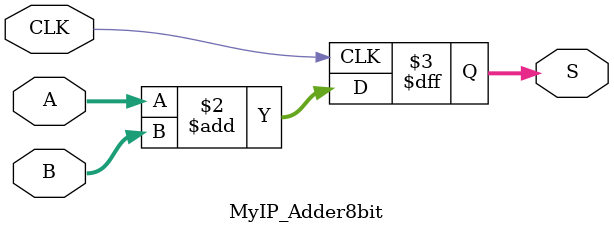
<source format=v>
`timescale 1ns / 1ps


module MyIP_Adder8bit(
    input CLK,
    input [7:0] A,
    input [7:0] B,
    output reg [8:0] S
    );
    
    always @ (posedge CLK) begin
        S = A + B;
    end
    
endmodule

</source>
